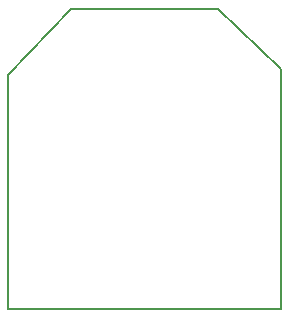
<source format=gbr>
G04 #@! TF.GenerationSoftware,KiCad,Pcbnew,5.0.1*
G04 #@! TF.CreationDate,2019-01-23T10:45:12+05:30*
G04 #@! TF.ProjectId,traffic,747261666669632E6B696361645F7063,rev?*
G04 #@! TF.SameCoordinates,Original*
G04 #@! TF.FileFunction,Profile,NP*
%FSLAX46Y46*%
G04 Gerber Fmt 4.6, Leading zero omitted, Abs format (unit mm)*
G04 Created by KiCad (PCBNEW 5.0.1) date Wed 23 Jan 2019 10:45:12 AM IST*
%MOMM*%
%LPD*%
G01*
G04 APERTURE LIST*
%ADD10C,0.150000*%
G04 APERTURE END LIST*
D10*
X158496000Y-88392000D02*
X158496000Y-108712000D01*
X153162000Y-83312000D02*
X158496000Y-88392000D01*
X140716000Y-83312000D02*
X153162000Y-83312000D01*
X135382000Y-88900000D02*
X140716000Y-83312000D01*
X135382000Y-108712000D02*
X135382000Y-88900000D01*
X158496000Y-108712000D02*
X135382000Y-108712000D01*
M02*

</source>
